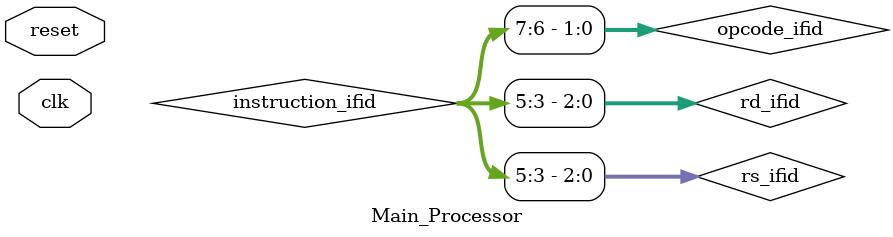
<source format=v>
`timescale 1ns / 1ps
module Main_Processor(
	input reset,
	input clk
    );
	 //various wires required for connection between different blocks.
	 wire [2:0] rs_ifid,rs_idex;
	 wire [2:0] rd_ifid, rd_idex, rd_exwb;
	 wire [7:0] instruction_ifid,instruction_inst;
	 wire [7:0] data1_reg, data2_ctrl, data1_idex, data2_idex;
	 wire [7:0] alu_result_alu;
	 wire [7:0] write_data;
	 wire [7:0] ex_result,ex_result_exwb;//result stored in ex/wb register.
	 wire reg_write_ctrl, reg_write_idex, reg_write_exwb, zero;
	 wire [1:0] alu_ctrl_ctrl, alu_ctrl_idex;
	 wire output_sel_ctrl,output_sel_idex,data2_sel;//for selecting the correct data in and output incase of li and sll instructions.
	 wire forward_rs;//forwarding control line.
	 wire adr_sel, imm_sel;
	 wire [1:0] opcode_ifid;//for seperating the opcode from if/id reg output and giving to control unit as input.. 
	 wire [7:0] imm_out,shamt_out,jmp_addr;
	 wire [7:0] alu_in1;//input to the alu for selecting b/w forwarded value and id/ex reg.
	 assign opcode_ifid = instruction_ifid[7:6];
	 assign rs_ifid = instruction_ifid[5:3];
	 assign rd_ifid = instruction_ifid[5:3];
	 assign data2_ctrl = (data2_sel)?shamt_out : imm_out;//for storing in data2 field in id/ex reg.
	 assign alu_in1 = (forward_rs)?ex_result_exwb : data1_idex;//performing the forwarding multiplexing.
	 assign ex_result = (output_sel_idex)?alu_result_alu : data2_idex;//selecting the correct output to write into register in case of li and sll.
	 assign write_data = ex_result_exwb;
	 Instruction_Fetch instr_fetch(clk,reset,adr_sel,jmp_addr,instruction_inst);//instantiating the instruction fetch block.
	 IFIDreg if_id_reg(instruction_inst,clk,reset,adr_sel,instruction_ifid);//instantiating the ifidreg block.
	 Address_Gen addr_gen(instruction_ifid,jmp_addr);
	 Register_File reg_file(rs_ifid,rd_exwb,write_data,data1_reg,reg_write_exwb,reset,clk);//instantiating the register file
	 Control_Unit main_control_unit(opcode_ifid,reg_write_ctrl,alu_ctrl_ctrl,output_sel_ctrl,adr_sel,imm_sel,data2_sel);//the main control unit.
	 imm_gen immi_gene(instruction_ifid,imm_sel,imm_out);//instantiate the immediate generator module
	 shamt_gen sh_gen(instruction_ifid,shamt_out);//instantiate the shamt generator module.
	 //instantiating the ID/EX reg module.
	 IDEXreg id_ex_reg(reg_write_ctrl,alu_ctrl_ctrl,data1_reg,data2_ctrl,rd_ifid,output_sel_ctrl,rs_ifid,clk,reset,reg_write_idex,
							 alu_ctrl_idex,data1_idex,data2_idex,rd_idex,output_sel_idex,rs_idex);
	 ALU alu_main(alu_ctrl_idex,alu_in1, data2_idex,alu_result_alu,zero);//instantiating the alu module.
	 Forwarding_Unit forward_unit(reg_write_exwb,rd_exwb,rs_idex,forward_rs);//instantiate the forwarding module.
	 EXWBreg ex_wb_reg(reg_write_idex,ex_result,rd_idex,clk,reset,reg_write_exwb,ex_result_exwb,rd_exwb);//instantiate the ex/wb reg module.

endmodule

</source>
